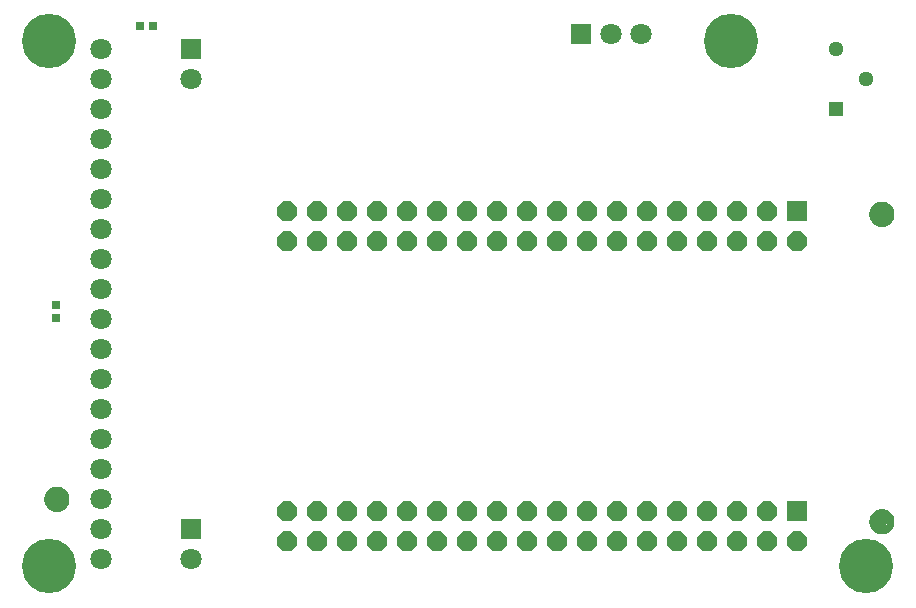
<source format=gbr>
G04 EAGLE Gerber RS-274X export*
G75*
%MOMM*%
%FSLAX34Y34*%
%LPD*%
%INSoldermask Top*%
%IPPOS*%
%AMOC8*
5,1,8,0,0,1.08239X$1,22.5*%
G01*
%ADD10R,1.803400X1.803400*%
%ADD11C,1.803400*%
%ADD12C,4.597400*%
%ADD13C,0.609600*%
%ADD14C,1.168400*%
%ADD15R,0.660400X0.762000*%
%ADD16R,1.292400X1.292400*%
%ADD17C,1.292400*%
%ADD18R,1.676400X1.676400*%
%ADD19P,1.814519X8X202.500000*%
%ADD20R,0.762000X0.660400*%


D10*
X482600Y482600D03*
D11*
X508000Y482600D03*
X533400Y482600D03*
D12*
X31750Y31750D03*
X31750Y476250D03*
X723900Y31750D03*
X609600Y476250D03*
D10*
X152400Y63500D03*
D11*
X152400Y38100D03*
D10*
X152400Y469900D03*
D11*
X152400Y444500D03*
D13*
X30480Y88900D02*
X30482Y89087D01*
X30489Y89274D01*
X30501Y89461D01*
X30517Y89647D01*
X30537Y89833D01*
X30562Y90018D01*
X30592Y90203D01*
X30626Y90387D01*
X30665Y90570D01*
X30708Y90752D01*
X30756Y90932D01*
X30808Y91112D01*
X30865Y91290D01*
X30925Y91467D01*
X30991Y91642D01*
X31060Y91816D01*
X31134Y91988D01*
X31212Y92158D01*
X31294Y92326D01*
X31380Y92492D01*
X31470Y92656D01*
X31564Y92817D01*
X31662Y92977D01*
X31764Y93133D01*
X31870Y93288D01*
X31980Y93439D01*
X32093Y93588D01*
X32210Y93734D01*
X32330Y93877D01*
X32454Y94017D01*
X32581Y94154D01*
X32712Y94288D01*
X32846Y94419D01*
X32983Y94546D01*
X33123Y94670D01*
X33266Y94790D01*
X33412Y94907D01*
X33561Y95020D01*
X33712Y95130D01*
X33867Y95236D01*
X34023Y95338D01*
X34183Y95436D01*
X34344Y95530D01*
X34508Y95620D01*
X34674Y95706D01*
X34842Y95788D01*
X35012Y95866D01*
X35184Y95940D01*
X35358Y96009D01*
X35533Y96075D01*
X35710Y96135D01*
X35888Y96192D01*
X36068Y96244D01*
X36248Y96292D01*
X36430Y96335D01*
X36613Y96374D01*
X36797Y96408D01*
X36982Y96438D01*
X37167Y96463D01*
X37353Y96483D01*
X37539Y96499D01*
X37726Y96511D01*
X37913Y96518D01*
X38100Y96520D01*
X38287Y96518D01*
X38474Y96511D01*
X38661Y96499D01*
X38847Y96483D01*
X39033Y96463D01*
X39218Y96438D01*
X39403Y96408D01*
X39587Y96374D01*
X39770Y96335D01*
X39952Y96292D01*
X40132Y96244D01*
X40312Y96192D01*
X40490Y96135D01*
X40667Y96075D01*
X40842Y96009D01*
X41016Y95940D01*
X41188Y95866D01*
X41358Y95788D01*
X41526Y95706D01*
X41692Y95620D01*
X41856Y95530D01*
X42017Y95436D01*
X42177Y95338D01*
X42333Y95236D01*
X42488Y95130D01*
X42639Y95020D01*
X42788Y94907D01*
X42934Y94790D01*
X43077Y94670D01*
X43217Y94546D01*
X43354Y94419D01*
X43488Y94288D01*
X43619Y94154D01*
X43746Y94017D01*
X43870Y93877D01*
X43990Y93734D01*
X44107Y93588D01*
X44220Y93439D01*
X44330Y93288D01*
X44436Y93133D01*
X44538Y92977D01*
X44636Y92817D01*
X44730Y92656D01*
X44820Y92492D01*
X44906Y92326D01*
X44988Y92158D01*
X45066Y91988D01*
X45140Y91816D01*
X45209Y91642D01*
X45275Y91467D01*
X45335Y91290D01*
X45392Y91112D01*
X45444Y90932D01*
X45492Y90752D01*
X45535Y90570D01*
X45574Y90387D01*
X45608Y90203D01*
X45638Y90018D01*
X45663Y89833D01*
X45683Y89647D01*
X45699Y89461D01*
X45711Y89274D01*
X45718Y89087D01*
X45720Y88900D01*
X45718Y88713D01*
X45711Y88526D01*
X45699Y88339D01*
X45683Y88153D01*
X45663Y87967D01*
X45638Y87782D01*
X45608Y87597D01*
X45574Y87413D01*
X45535Y87230D01*
X45492Y87048D01*
X45444Y86868D01*
X45392Y86688D01*
X45335Y86510D01*
X45275Y86333D01*
X45209Y86158D01*
X45140Y85984D01*
X45066Y85812D01*
X44988Y85642D01*
X44906Y85474D01*
X44820Y85308D01*
X44730Y85144D01*
X44636Y84983D01*
X44538Y84823D01*
X44436Y84667D01*
X44330Y84512D01*
X44220Y84361D01*
X44107Y84212D01*
X43990Y84066D01*
X43870Y83923D01*
X43746Y83783D01*
X43619Y83646D01*
X43488Y83512D01*
X43354Y83381D01*
X43217Y83254D01*
X43077Y83130D01*
X42934Y83010D01*
X42788Y82893D01*
X42639Y82780D01*
X42488Y82670D01*
X42333Y82564D01*
X42177Y82462D01*
X42017Y82364D01*
X41856Y82270D01*
X41692Y82180D01*
X41526Y82094D01*
X41358Y82012D01*
X41188Y81934D01*
X41016Y81860D01*
X40842Y81791D01*
X40667Y81725D01*
X40490Y81665D01*
X40312Y81608D01*
X40132Y81556D01*
X39952Y81508D01*
X39770Y81465D01*
X39587Y81426D01*
X39403Y81392D01*
X39218Y81362D01*
X39033Y81337D01*
X38847Y81317D01*
X38661Y81301D01*
X38474Y81289D01*
X38287Y81282D01*
X38100Y81280D01*
X37913Y81282D01*
X37726Y81289D01*
X37539Y81301D01*
X37353Y81317D01*
X37167Y81337D01*
X36982Y81362D01*
X36797Y81392D01*
X36613Y81426D01*
X36430Y81465D01*
X36248Y81508D01*
X36068Y81556D01*
X35888Y81608D01*
X35710Y81665D01*
X35533Y81725D01*
X35358Y81791D01*
X35184Y81860D01*
X35012Y81934D01*
X34842Y82012D01*
X34674Y82094D01*
X34508Y82180D01*
X34344Y82270D01*
X34183Y82364D01*
X34023Y82462D01*
X33867Y82564D01*
X33712Y82670D01*
X33561Y82780D01*
X33412Y82893D01*
X33266Y83010D01*
X33123Y83130D01*
X32983Y83254D01*
X32846Y83381D01*
X32712Y83512D01*
X32581Y83646D01*
X32454Y83783D01*
X32330Y83923D01*
X32210Y84066D01*
X32093Y84212D01*
X31980Y84361D01*
X31870Y84512D01*
X31764Y84667D01*
X31662Y84823D01*
X31564Y84983D01*
X31470Y85144D01*
X31380Y85308D01*
X31294Y85474D01*
X31212Y85642D01*
X31134Y85812D01*
X31060Y85984D01*
X30991Y86158D01*
X30925Y86333D01*
X30865Y86510D01*
X30808Y86688D01*
X30756Y86868D01*
X30708Y87048D01*
X30665Y87230D01*
X30626Y87413D01*
X30592Y87597D01*
X30562Y87782D01*
X30537Y87967D01*
X30517Y88153D01*
X30501Y88339D01*
X30489Y88526D01*
X30482Y88713D01*
X30480Y88900D01*
D14*
X38100Y88900D03*
D13*
X728980Y69850D02*
X728982Y70037D01*
X728989Y70224D01*
X729001Y70411D01*
X729017Y70597D01*
X729037Y70783D01*
X729062Y70968D01*
X729092Y71153D01*
X729126Y71337D01*
X729165Y71520D01*
X729208Y71702D01*
X729256Y71882D01*
X729308Y72062D01*
X729365Y72240D01*
X729425Y72417D01*
X729491Y72592D01*
X729560Y72766D01*
X729634Y72938D01*
X729712Y73108D01*
X729794Y73276D01*
X729880Y73442D01*
X729970Y73606D01*
X730064Y73767D01*
X730162Y73927D01*
X730264Y74083D01*
X730370Y74238D01*
X730480Y74389D01*
X730593Y74538D01*
X730710Y74684D01*
X730830Y74827D01*
X730954Y74967D01*
X731081Y75104D01*
X731212Y75238D01*
X731346Y75369D01*
X731483Y75496D01*
X731623Y75620D01*
X731766Y75740D01*
X731912Y75857D01*
X732061Y75970D01*
X732212Y76080D01*
X732367Y76186D01*
X732523Y76288D01*
X732683Y76386D01*
X732844Y76480D01*
X733008Y76570D01*
X733174Y76656D01*
X733342Y76738D01*
X733512Y76816D01*
X733684Y76890D01*
X733858Y76959D01*
X734033Y77025D01*
X734210Y77085D01*
X734388Y77142D01*
X734568Y77194D01*
X734748Y77242D01*
X734930Y77285D01*
X735113Y77324D01*
X735297Y77358D01*
X735482Y77388D01*
X735667Y77413D01*
X735853Y77433D01*
X736039Y77449D01*
X736226Y77461D01*
X736413Y77468D01*
X736600Y77470D01*
X736787Y77468D01*
X736974Y77461D01*
X737161Y77449D01*
X737347Y77433D01*
X737533Y77413D01*
X737718Y77388D01*
X737903Y77358D01*
X738087Y77324D01*
X738270Y77285D01*
X738452Y77242D01*
X738632Y77194D01*
X738812Y77142D01*
X738990Y77085D01*
X739167Y77025D01*
X739342Y76959D01*
X739516Y76890D01*
X739688Y76816D01*
X739858Y76738D01*
X740026Y76656D01*
X740192Y76570D01*
X740356Y76480D01*
X740517Y76386D01*
X740677Y76288D01*
X740833Y76186D01*
X740988Y76080D01*
X741139Y75970D01*
X741288Y75857D01*
X741434Y75740D01*
X741577Y75620D01*
X741717Y75496D01*
X741854Y75369D01*
X741988Y75238D01*
X742119Y75104D01*
X742246Y74967D01*
X742370Y74827D01*
X742490Y74684D01*
X742607Y74538D01*
X742720Y74389D01*
X742830Y74238D01*
X742936Y74083D01*
X743038Y73927D01*
X743136Y73767D01*
X743230Y73606D01*
X743320Y73442D01*
X743406Y73276D01*
X743488Y73108D01*
X743566Y72938D01*
X743640Y72766D01*
X743709Y72592D01*
X743775Y72417D01*
X743835Y72240D01*
X743892Y72062D01*
X743944Y71882D01*
X743992Y71702D01*
X744035Y71520D01*
X744074Y71337D01*
X744108Y71153D01*
X744138Y70968D01*
X744163Y70783D01*
X744183Y70597D01*
X744199Y70411D01*
X744211Y70224D01*
X744218Y70037D01*
X744220Y69850D01*
X744218Y69663D01*
X744211Y69476D01*
X744199Y69289D01*
X744183Y69103D01*
X744163Y68917D01*
X744138Y68732D01*
X744108Y68547D01*
X744074Y68363D01*
X744035Y68180D01*
X743992Y67998D01*
X743944Y67818D01*
X743892Y67638D01*
X743835Y67460D01*
X743775Y67283D01*
X743709Y67108D01*
X743640Y66934D01*
X743566Y66762D01*
X743488Y66592D01*
X743406Y66424D01*
X743320Y66258D01*
X743230Y66094D01*
X743136Y65933D01*
X743038Y65773D01*
X742936Y65617D01*
X742830Y65462D01*
X742720Y65311D01*
X742607Y65162D01*
X742490Y65016D01*
X742370Y64873D01*
X742246Y64733D01*
X742119Y64596D01*
X741988Y64462D01*
X741854Y64331D01*
X741717Y64204D01*
X741577Y64080D01*
X741434Y63960D01*
X741288Y63843D01*
X741139Y63730D01*
X740988Y63620D01*
X740833Y63514D01*
X740677Y63412D01*
X740517Y63314D01*
X740356Y63220D01*
X740192Y63130D01*
X740026Y63044D01*
X739858Y62962D01*
X739688Y62884D01*
X739516Y62810D01*
X739342Y62741D01*
X739167Y62675D01*
X738990Y62615D01*
X738812Y62558D01*
X738632Y62506D01*
X738452Y62458D01*
X738270Y62415D01*
X738087Y62376D01*
X737903Y62342D01*
X737718Y62312D01*
X737533Y62287D01*
X737347Y62267D01*
X737161Y62251D01*
X736974Y62239D01*
X736787Y62232D01*
X736600Y62230D01*
X736413Y62232D01*
X736226Y62239D01*
X736039Y62251D01*
X735853Y62267D01*
X735667Y62287D01*
X735482Y62312D01*
X735297Y62342D01*
X735113Y62376D01*
X734930Y62415D01*
X734748Y62458D01*
X734568Y62506D01*
X734388Y62558D01*
X734210Y62615D01*
X734033Y62675D01*
X733858Y62741D01*
X733684Y62810D01*
X733512Y62884D01*
X733342Y62962D01*
X733174Y63044D01*
X733008Y63130D01*
X732844Y63220D01*
X732683Y63314D01*
X732523Y63412D01*
X732367Y63514D01*
X732212Y63620D01*
X732061Y63730D01*
X731912Y63843D01*
X731766Y63960D01*
X731623Y64080D01*
X731483Y64204D01*
X731346Y64331D01*
X731212Y64462D01*
X731081Y64596D01*
X730954Y64733D01*
X730830Y64873D01*
X730710Y65016D01*
X730593Y65162D01*
X730480Y65311D01*
X730370Y65462D01*
X730264Y65617D01*
X730162Y65773D01*
X730064Y65933D01*
X729970Y66094D01*
X729880Y66258D01*
X729794Y66424D01*
X729712Y66592D01*
X729634Y66762D01*
X729560Y66934D01*
X729491Y67108D01*
X729425Y67283D01*
X729365Y67460D01*
X729308Y67638D01*
X729256Y67818D01*
X729208Y67998D01*
X729165Y68180D01*
X729126Y68363D01*
X729092Y68547D01*
X729062Y68732D01*
X729037Y68917D01*
X729017Y69103D01*
X729001Y69289D01*
X728989Y69476D01*
X728982Y69663D01*
X728980Y69850D01*
D14*
X736600Y69850D03*
D15*
X38100Y242062D03*
X38100Y253238D03*
D16*
X698500Y419100D03*
D17*
X723900Y444500D03*
X698500Y469900D03*
D11*
X76200Y444500D03*
X76200Y419100D03*
X76200Y393700D03*
X76200Y368300D03*
X76200Y342900D03*
X76200Y317500D03*
X76200Y292100D03*
X76200Y266700D03*
X76200Y241300D03*
X76200Y215900D03*
X76200Y190500D03*
X76200Y165100D03*
X76200Y139700D03*
X76200Y114300D03*
X76200Y88900D03*
X76200Y63500D03*
X76200Y38100D03*
X76200Y469900D03*
D18*
X664800Y333000D03*
D19*
X664800Y307600D03*
X639400Y333000D03*
X639400Y307600D03*
X614000Y333000D03*
X614000Y307600D03*
X588600Y333000D03*
X588600Y307600D03*
X563200Y333000D03*
X563200Y307600D03*
X537800Y333000D03*
X537800Y307600D03*
X512400Y333000D03*
X512400Y307600D03*
X487000Y333000D03*
X487000Y307600D03*
X461600Y333000D03*
X461600Y307600D03*
X436200Y333000D03*
X436200Y307600D03*
X410800Y333000D03*
X410800Y307600D03*
X385400Y333000D03*
X385400Y307600D03*
X360000Y333000D03*
X360000Y307600D03*
X334600Y333000D03*
X334600Y307600D03*
X309200Y333000D03*
X309200Y307600D03*
X283800Y333000D03*
X283800Y307600D03*
X258400Y333000D03*
X258400Y307600D03*
X233000Y333000D03*
X233000Y307600D03*
D18*
X664800Y79000D03*
D19*
X664800Y53600D03*
X639400Y79000D03*
X639400Y53600D03*
X614000Y79000D03*
X614000Y53600D03*
X588600Y79000D03*
X588600Y53600D03*
X563200Y79000D03*
X563200Y53600D03*
X537800Y79000D03*
X537800Y53600D03*
X512400Y79000D03*
X512400Y53600D03*
X487000Y79000D03*
X487000Y53600D03*
X461600Y79000D03*
X461600Y53600D03*
X436200Y79000D03*
X436200Y53600D03*
X410800Y79000D03*
X410800Y53600D03*
X385400Y79000D03*
X385400Y53600D03*
X360000Y79000D03*
X360000Y53600D03*
X334600Y79000D03*
X334600Y53600D03*
X309200Y79000D03*
X309200Y53600D03*
X283800Y79000D03*
X283800Y53600D03*
X258400Y79000D03*
X258400Y53600D03*
X233000Y79000D03*
X233000Y53600D03*
D13*
X728980Y330200D02*
X728982Y330387D01*
X728989Y330574D01*
X729001Y330761D01*
X729017Y330947D01*
X729037Y331133D01*
X729062Y331318D01*
X729092Y331503D01*
X729126Y331687D01*
X729165Y331870D01*
X729208Y332052D01*
X729256Y332232D01*
X729308Y332412D01*
X729365Y332590D01*
X729425Y332767D01*
X729491Y332942D01*
X729560Y333116D01*
X729634Y333288D01*
X729712Y333458D01*
X729794Y333626D01*
X729880Y333792D01*
X729970Y333956D01*
X730064Y334117D01*
X730162Y334277D01*
X730264Y334433D01*
X730370Y334588D01*
X730480Y334739D01*
X730593Y334888D01*
X730710Y335034D01*
X730830Y335177D01*
X730954Y335317D01*
X731081Y335454D01*
X731212Y335588D01*
X731346Y335719D01*
X731483Y335846D01*
X731623Y335970D01*
X731766Y336090D01*
X731912Y336207D01*
X732061Y336320D01*
X732212Y336430D01*
X732367Y336536D01*
X732523Y336638D01*
X732683Y336736D01*
X732844Y336830D01*
X733008Y336920D01*
X733174Y337006D01*
X733342Y337088D01*
X733512Y337166D01*
X733684Y337240D01*
X733858Y337309D01*
X734033Y337375D01*
X734210Y337435D01*
X734388Y337492D01*
X734568Y337544D01*
X734748Y337592D01*
X734930Y337635D01*
X735113Y337674D01*
X735297Y337708D01*
X735482Y337738D01*
X735667Y337763D01*
X735853Y337783D01*
X736039Y337799D01*
X736226Y337811D01*
X736413Y337818D01*
X736600Y337820D01*
X736787Y337818D01*
X736974Y337811D01*
X737161Y337799D01*
X737347Y337783D01*
X737533Y337763D01*
X737718Y337738D01*
X737903Y337708D01*
X738087Y337674D01*
X738270Y337635D01*
X738452Y337592D01*
X738632Y337544D01*
X738812Y337492D01*
X738990Y337435D01*
X739167Y337375D01*
X739342Y337309D01*
X739516Y337240D01*
X739688Y337166D01*
X739858Y337088D01*
X740026Y337006D01*
X740192Y336920D01*
X740356Y336830D01*
X740517Y336736D01*
X740677Y336638D01*
X740833Y336536D01*
X740988Y336430D01*
X741139Y336320D01*
X741288Y336207D01*
X741434Y336090D01*
X741577Y335970D01*
X741717Y335846D01*
X741854Y335719D01*
X741988Y335588D01*
X742119Y335454D01*
X742246Y335317D01*
X742370Y335177D01*
X742490Y335034D01*
X742607Y334888D01*
X742720Y334739D01*
X742830Y334588D01*
X742936Y334433D01*
X743038Y334277D01*
X743136Y334117D01*
X743230Y333956D01*
X743320Y333792D01*
X743406Y333626D01*
X743488Y333458D01*
X743566Y333288D01*
X743640Y333116D01*
X743709Y332942D01*
X743775Y332767D01*
X743835Y332590D01*
X743892Y332412D01*
X743944Y332232D01*
X743992Y332052D01*
X744035Y331870D01*
X744074Y331687D01*
X744108Y331503D01*
X744138Y331318D01*
X744163Y331133D01*
X744183Y330947D01*
X744199Y330761D01*
X744211Y330574D01*
X744218Y330387D01*
X744220Y330200D01*
X744218Y330013D01*
X744211Y329826D01*
X744199Y329639D01*
X744183Y329453D01*
X744163Y329267D01*
X744138Y329082D01*
X744108Y328897D01*
X744074Y328713D01*
X744035Y328530D01*
X743992Y328348D01*
X743944Y328168D01*
X743892Y327988D01*
X743835Y327810D01*
X743775Y327633D01*
X743709Y327458D01*
X743640Y327284D01*
X743566Y327112D01*
X743488Y326942D01*
X743406Y326774D01*
X743320Y326608D01*
X743230Y326444D01*
X743136Y326283D01*
X743038Y326123D01*
X742936Y325967D01*
X742830Y325812D01*
X742720Y325661D01*
X742607Y325512D01*
X742490Y325366D01*
X742370Y325223D01*
X742246Y325083D01*
X742119Y324946D01*
X741988Y324812D01*
X741854Y324681D01*
X741717Y324554D01*
X741577Y324430D01*
X741434Y324310D01*
X741288Y324193D01*
X741139Y324080D01*
X740988Y323970D01*
X740833Y323864D01*
X740677Y323762D01*
X740517Y323664D01*
X740356Y323570D01*
X740192Y323480D01*
X740026Y323394D01*
X739858Y323312D01*
X739688Y323234D01*
X739516Y323160D01*
X739342Y323091D01*
X739167Y323025D01*
X738990Y322965D01*
X738812Y322908D01*
X738632Y322856D01*
X738452Y322808D01*
X738270Y322765D01*
X738087Y322726D01*
X737903Y322692D01*
X737718Y322662D01*
X737533Y322637D01*
X737347Y322617D01*
X737161Y322601D01*
X736974Y322589D01*
X736787Y322582D01*
X736600Y322580D01*
X736413Y322582D01*
X736226Y322589D01*
X736039Y322601D01*
X735853Y322617D01*
X735667Y322637D01*
X735482Y322662D01*
X735297Y322692D01*
X735113Y322726D01*
X734930Y322765D01*
X734748Y322808D01*
X734568Y322856D01*
X734388Y322908D01*
X734210Y322965D01*
X734033Y323025D01*
X733858Y323091D01*
X733684Y323160D01*
X733512Y323234D01*
X733342Y323312D01*
X733174Y323394D01*
X733008Y323480D01*
X732844Y323570D01*
X732683Y323664D01*
X732523Y323762D01*
X732367Y323864D01*
X732212Y323970D01*
X732061Y324080D01*
X731912Y324193D01*
X731766Y324310D01*
X731623Y324430D01*
X731483Y324554D01*
X731346Y324681D01*
X731212Y324812D01*
X731081Y324946D01*
X730954Y325083D01*
X730830Y325223D01*
X730710Y325366D01*
X730593Y325512D01*
X730480Y325661D01*
X730370Y325812D01*
X730264Y325967D01*
X730162Y326123D01*
X730064Y326283D01*
X729970Y326444D01*
X729880Y326608D01*
X729794Y326774D01*
X729712Y326942D01*
X729634Y327112D01*
X729560Y327284D01*
X729491Y327458D01*
X729425Y327633D01*
X729365Y327810D01*
X729308Y327988D01*
X729256Y328168D01*
X729208Y328348D01*
X729165Y328530D01*
X729126Y328713D01*
X729092Y328897D01*
X729062Y329082D01*
X729037Y329267D01*
X729017Y329453D01*
X729001Y329639D01*
X728989Y329826D01*
X728982Y330013D01*
X728980Y330200D01*
D14*
X736600Y330200D03*
D20*
X108712Y488950D03*
X119888Y488950D03*
M02*

</source>
